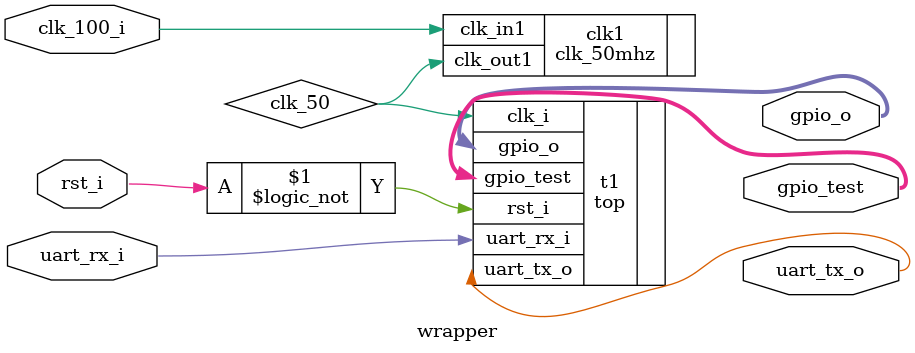
<source format=v>

module wrapper (
   input             clk_100_i,
   input             rst_i,
   output [7:0]      gpio_o,
   output [7:0]      gpio_test,   // GPIO çýkýþ pinleri
   input             uart_rx_i,  // UART RX baðlantýsý
   output            uart_tx_o   // UART TX baðlantýsý
);

   wire clk_50;

   clk_50mhz clk1 (
      .clk_out1(clk_50),
      .clk_in1(clk_100_i)
   );

   top t1 (
      .clk_i(clk_50),
      .rst_i(!rst_i),
      .gpio_o(gpio_o),
      .gpio_test(gpio_test),
      .uart_tx_o(uart_tx_o),
      .uart_rx_i(uart_rx_i)
   );

endmodule

</source>
